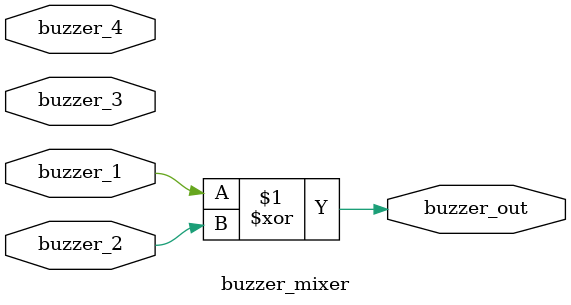
<source format=v>
module buzzer_mixer(
	input buzzer_1,
	input buzzer_2,
	input buzzer_3,
	input buzzer_4,
	
	output buzzer_out);
	
	assign buzzer_out = buzzer_1 ^ buzzer_2;
	
endmodule
	
</source>
